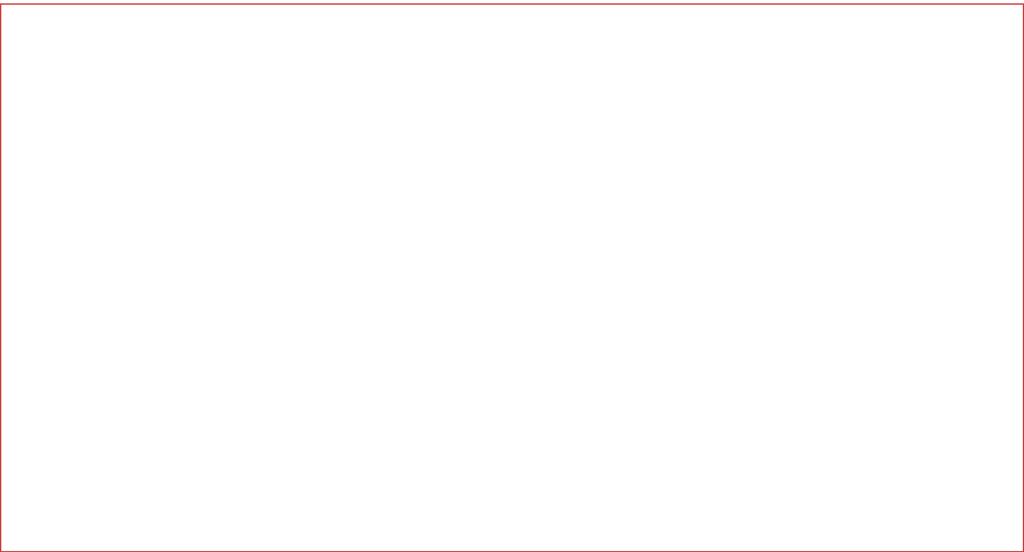
<source format=kicad_pcb>
(kicad_pcb (version 20221018) (generator pcbnew)

  (general
    (thickness 4.69)
  )

  (paper "A")
  (title_block
    (title "RX-2040")
    (date "2022-04-23")
    (rev "1")
    (company "BecauseImClever")
  )

  (layers
    (0 "F.Cu" signal)
    (1 "In1.Cu" signal)
    (2 "In2.Cu" signal)
    (31 "B.Cu" signal)
    (32 "B.Adhes" user "B.Adhesive")
    (34 "B.Paste" user)
    (35 "F.Paste" user)
    (36 "B.SilkS" user "B.Silkscreen")
    (37 "F.SilkS" user "F.Silkscreen")
    (38 "B.Mask" user)
    (39 "F.Mask" user)
    (44 "Edge.Cuts" user)
    (45 "Margin" user)
    (46 "B.CrtYd" user "B.Courtyard")
    (47 "F.CrtYd" user "F.Courtyard")
    (48 "B.Fab" user)
    (49 "F.Fab" user)
  )

  (setup
    (stackup
      (layer "F.SilkS" (type "Top Silk Screen"))
      (layer "F.Paste" (type "Top Solder Paste"))
      (layer "F.Mask" (type "Top Solder Mask") (thickness 0.01))
      (layer "F.Cu" (type "copper") (thickness 0.035))
      (layer "dielectric 1" (type "core") (thickness 1.51) (material "FR4") (epsilon_r 4.5) (loss_tangent 0.02))
      (layer "In1.Cu" (type "copper") (thickness 0.035))
      (layer "dielectric 2" (type "prepreg") (thickness 1.51) (material "FR4") (epsilon_r 4.5) (loss_tangent 0.02))
      (layer "In2.Cu" (type "copper") (thickness 0.035))
      (layer "dielectric 3" (type "core") (thickness 1.51) (material "FR4") (epsilon_r 4.5) (loss_tangent 0.02))
      (layer "B.Cu" (type "copper") (thickness 0.035))
      (layer "B.Mask" (type "Bottom Solder Mask") (thickness 0.01))
      (layer "B.Paste" (type "Bottom Solder Paste"))
      (layer "B.SilkS" (type "Bottom Silk Screen"))
      (copper_finish "ENIG")
      (dielectric_constraints no)
    )
    (pad_to_mask_clearance 0)
    (pcbplotparams
      (layerselection 0x00010fc_ffffffff)
      (plot_on_all_layers_selection 0x0000000_00000000)
      (disableapertmacros false)
      (usegerberextensions false)
      (usegerberattributes true)
      (usegerberadvancedattributes true)
      (creategerberjobfile true)
      (dashed_line_dash_ratio 12.000000)
      (dashed_line_gap_ratio 3.000000)
      (svgprecision 6)
      (plotframeref false)
      (viasonmask false)
      (mode 1)
      (useauxorigin false)
      (hpglpennumber 1)
      (hpglpenspeed 20)
      (hpglpendiameter 15.000000)
      (dxfpolygonmode true)
      (dxfimperialunits true)
      (dxfusepcbnewfont true)
      (psnegative false)
      (psa4output false)
      (plotreference true)
      (plotvalue true)
      (plotinvisibletext false)
      (sketchpadsonfab false)
      (subtractmaskfromsilk false)
      (outputformat 1)
      (mirror false)
      (drillshape 1)
      (scaleselection 1)
      (outputdirectory "")
    )
  )

  (net 0 "")
  (net 1 "GND")

  (gr_rect (start 70.485 38.1) (end 231.775 124.46)
    (stroke (width 0.2) (type solid)) (fill none) (layer "F.Cu") (tstamp 22cb4fa7-4138-4ab3-b7f8-2d25746dd0b8))

  (zone (net 1) (net_name "GND") (layer "F.Cu") (tstamp 6cf0765d-1e50-4941-9ef7-52e3ee1c6c82) (hatch edge 0.508)
    (connect_pads (clearance 0.508))
    (min_thickness 0.254) (filled_areas_thickness no)
    (fill yes (thermal_gap 0.508) (thermal_bridge_width 0.508))
    (polygon
      (pts
        (xy 231.775 124.46)
        (xy 70.485 124.46)
        (xy 70.485 38.1)
        (xy 231.775 38.1)
      )
    )
  )
  (zone (net 1) (net_name "GND") (layer "B.Cu") (tstamp 53f1a01a-ab00-470b-871b-16512f4395a9) (hatch edge 0.508)
    (connect_pads (clearance 0.508))
    (min_thickness 0.254) (filled_areas_thickness no)
    (fill yes (thermal_gap 0.508) (thermal_bridge_width 0.508))
    (polygon
      (pts
        (xy 231.775 124.46)
        (xy 70.485 124.46)
        (xy 70.485 38.1)
        (xy 231.775 37.465)
      )
    )
  )
)

</source>
